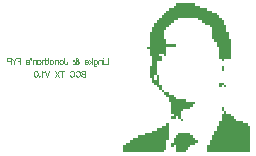
<source format=gbo>
G04*
G04 #@! TF.GenerationSoftware,Altium Limited,Altium Designer,20.1.12 (249)*
G04*
G04 Layer_Color=32896*
%FSLAX44Y44*%
%MOMM*%
G71*
G04*
G04 #@! TF.SameCoordinates,28A8639E-1F06-4054-8E9C-96101E26D361*
G04*
G04*
G04 #@! TF.FilePolarity,Positive*
G04*
G01*
G75*
%ADD12C,0.1000*%
G36*
X425960Y244952D02*
X430024D01*
Y242920D01*
X436120D01*
Y240888D01*
X440184D01*
Y238856D01*
X444248D01*
Y236824D01*
X446280D01*
Y234792D01*
X448312D01*
Y232760D01*
X450344D01*
Y230728D01*
Y228696D01*
X452376D01*
Y226664D01*
Y224632D01*
Y222600D01*
X454408D01*
Y220568D01*
Y218536D01*
Y216504D01*
X456440D01*
Y214472D01*
Y212440D01*
Y210408D01*
Y208376D01*
Y206344D01*
Y204312D01*
Y202280D01*
Y200248D01*
X450344D01*
Y198216D01*
X448312D01*
Y200248D01*
X446280D01*
Y202280D01*
Y204312D01*
Y206344D01*
Y208376D01*
Y210408D01*
X444248D01*
Y212440D01*
Y214472D01*
X442216D01*
Y216504D01*
X440184D01*
Y218536D01*
Y220568D01*
Y222600D01*
Y224632D01*
Y226664D01*
X438152D01*
Y228696D01*
X434088D01*
Y230728D01*
X432056D01*
Y232760D01*
X427992D01*
Y234792D01*
X411736D01*
Y232760D01*
X407672D01*
Y230728D01*
X405640D01*
Y228696D01*
X403608D01*
Y226664D01*
X401576D01*
Y224632D01*
X399544D01*
Y222600D01*
Y220568D01*
Y218536D01*
Y216504D01*
X401576D01*
Y214472D01*
Y212440D01*
X409704D01*
Y210408D01*
X401576D01*
Y208376D01*
Y206344D01*
Y204312D01*
Y202280D01*
X399544D01*
Y204312D01*
X395480D01*
Y202280D01*
X397512D01*
Y200248D01*
Y198216D01*
X393448D01*
Y196184D01*
Y194152D01*
Y192120D01*
Y190088D01*
Y188056D01*
Y186024D01*
X395480D01*
Y183992D01*
Y181960D01*
Y179928D01*
Y177896D01*
X397512D01*
Y175864D01*
Y173832D01*
X399544D01*
Y171800D01*
X403608D01*
Y169768D01*
X407672D01*
Y167736D01*
X409704D01*
Y165704D01*
X417832D01*
Y163672D01*
X425960D01*
Y161640D01*
X423928D01*
Y159608D01*
X421896D01*
Y157576D01*
X415800D01*
Y155544D01*
X413768D01*
Y153512D01*
Y151480D01*
Y149448D01*
X415800D01*
Y147416D01*
X413768D01*
Y149448D01*
X411736D01*
Y151480D01*
X409704D01*
Y149448D01*
X405640D01*
Y151480D01*
X407672D01*
Y153512D01*
X405640D01*
Y155544D01*
Y157576D01*
Y159608D01*
Y161640D01*
Y163672D01*
X403608D01*
Y165704D01*
Y167736D01*
X401576D01*
Y169768D01*
X399544D01*
Y171800D01*
X397512D01*
Y173832D01*
X395480D01*
Y175864D01*
X393448D01*
Y177896D01*
X391416D01*
Y179928D01*
X389384D01*
Y181960D01*
Y183992D01*
X387352D01*
Y186024D01*
Y188056D01*
Y190088D01*
Y192120D01*
Y194152D01*
X389384D01*
Y196184D01*
Y198216D01*
Y200248D01*
Y202280D01*
X387352D01*
Y204312D01*
Y206344D01*
Y208376D01*
X385320D01*
Y210408D01*
X387352D01*
Y212440D01*
Y214472D01*
Y216504D01*
Y218536D01*
Y220568D01*
Y222600D01*
X389384D01*
Y224632D01*
Y226664D01*
X391416D01*
Y228696D01*
Y230728D01*
X393448D01*
Y232760D01*
X395480D01*
Y234792D01*
X397512D01*
Y236824D01*
X399544D01*
Y238856D01*
X401576D01*
Y240888D01*
X403608D01*
Y242920D01*
X407672D01*
Y244952D01*
X409704D01*
Y246984D01*
X425960D01*
Y244952D01*
D02*
G37*
G36*
X450344Y192120D02*
Y190088D01*
X448312D01*
Y192120D01*
Y194152D01*
X450344D01*
Y192120D01*
D02*
G37*
G36*
Y177896D02*
X452376D01*
Y175864D01*
X450344D01*
Y177896D01*
X448312D01*
Y175864D01*
X446280D01*
Y177896D01*
Y179928D01*
X450344D01*
Y177896D01*
D02*
G37*
G36*
Y157576D02*
Y155544D01*
X452376D01*
Y153512D01*
X456440D01*
Y151480D01*
X458472D01*
Y149448D01*
X460504D01*
Y147416D01*
X466600D01*
Y145384D01*
X470664D01*
Y143352D01*
X472696D01*
Y141320D01*
Y139288D01*
Y137256D01*
Y135224D01*
Y133192D01*
Y131160D01*
Y129128D01*
Y127096D01*
Y125064D01*
Y123032D01*
Y121000D01*
X436120D01*
Y123032D01*
Y125064D01*
Y127096D01*
X438152D01*
Y129128D01*
Y131160D01*
X440184D01*
Y133192D01*
Y135224D01*
X442216D01*
Y137256D01*
Y139288D01*
X444248D01*
Y141320D01*
Y143352D01*
X446280D01*
Y145384D01*
Y147416D01*
X448312D01*
Y149448D01*
Y151480D01*
Y153512D01*
X450344D01*
Y155544D01*
X448312D01*
Y157576D01*
Y159608D01*
X450344D01*
Y157576D01*
D02*
G37*
G36*
X421896Y135224D02*
X423928D01*
Y133192D01*
X425960D01*
Y131160D01*
X427992D01*
Y129128D01*
X425960D01*
Y127096D01*
X421896D01*
Y125064D01*
X419864D01*
Y123032D01*
X417832D01*
Y121000D01*
X409704D01*
Y123032D01*
Y125064D01*
Y127096D01*
X407672D01*
Y125064D01*
X405640D01*
Y127096D01*
Y129128D01*
X407672D01*
Y131160D01*
Y133192D01*
X409704D01*
Y135224D01*
X411736D01*
Y137256D01*
X421896D01*
Y135224D01*
D02*
G37*
G36*
X403608Y143352D02*
Y141320D01*
Y139288D01*
Y137256D01*
Y135224D01*
Y133192D01*
Y131160D01*
X401576D01*
Y129128D01*
Y127096D01*
Y125064D01*
Y123032D01*
X399544D01*
Y121000D01*
X365000D01*
Y123032D01*
Y125064D01*
Y127096D01*
X367032D01*
Y129128D01*
X371096D01*
Y131160D01*
X373128D01*
Y133192D01*
X377192D01*
Y135224D01*
X383288D01*
Y137256D01*
X389384D01*
Y139288D01*
X393448D01*
Y141320D01*
X397512D01*
Y143352D01*
X401576D01*
Y145384D01*
X403608D01*
Y143352D01*
D02*
G37*
%LPC*%
G36*
X393448Y186024D02*
X391416D01*
Y183992D01*
Y181960D01*
X393448D01*
Y183992D01*
Y186024D01*
D02*
G37*
%LPD*%
D12*
X352000Y200665D02*
Y195666D01*
X349143D01*
X348120Y200665D02*
X347882Y200427D01*
X347644Y200665D01*
X347882Y200903D01*
X348120Y200665D01*
X347882Y198999D02*
Y195666D01*
X346763Y198999D02*
Y195666D01*
Y198047D02*
X346049Y198761D01*
X345573Y198999D01*
X344859D01*
X344383Y198761D01*
X344145Y198047D01*
Y195666D01*
X339979Y198999D02*
Y195190D01*
X340217Y194476D01*
X340455Y194238D01*
X340931Y194000D01*
X341645D01*
X342121Y194238D01*
X339979Y198285D02*
X340455Y198761D01*
X340931Y198999D01*
X341645D01*
X342121Y198761D01*
X342597Y198285D01*
X342835Y197571D01*
Y197095D01*
X342597Y196381D01*
X342121Y195904D01*
X341645Y195666D01*
X340931D01*
X340455Y195904D01*
X339979Y196381D01*
X338646Y200665D02*
Y195666D01*
X336265Y198999D02*
X338646Y196618D01*
X337694Y197571D02*
X336027Y195666D01*
X335242Y197571D02*
X332385D01*
Y198047D01*
X332623Y198523D01*
X332861Y198761D01*
X333337Y198999D01*
X334052D01*
X334528Y198761D01*
X335004Y198285D01*
X335242Y197571D01*
Y197095D01*
X335004Y196381D01*
X334528Y195904D01*
X334052Y195666D01*
X333337D01*
X332861Y195904D01*
X332385Y196381D01*
X323102Y198761D02*
X323340Y198523D01*
X323102Y198285D01*
X322863Y198523D01*
Y198761D01*
X323102Y198999D01*
X323340D01*
X323577Y198761D01*
X323816Y198285D01*
X324292Y197095D01*
X324768Y196381D01*
X325244Y195904D01*
X325720Y195666D01*
X326434D01*
X327148Y195904D01*
X327386Y196381D01*
Y197095D01*
X327148Y197571D01*
X325720Y198523D01*
X325244Y198999D01*
X325006Y199475D01*
Y199951D01*
X325244Y200427D01*
X325720Y200665D01*
X326196Y200427D01*
X326434Y199951D01*
Y199475D01*
X326196Y198761D01*
X325720Y198047D01*
X324530Y196381D01*
X324054Y195904D01*
X323340Y195666D01*
X323102D01*
X322863Y195904D01*
Y196142D01*
X326434Y195666D02*
X326910Y195904D01*
X327148Y196381D01*
Y197095D01*
X326910Y197571D01*
X326434Y198047D01*
Y199475D02*
X326196Y198999D01*
X324292Y196381D01*
X323816Y195904D01*
X323340Y195666D01*
X315317Y200665D02*
Y196857D01*
X315555Y196142D01*
X315793Y195904D01*
X316270Y195666D01*
X316746D01*
X317222Y195904D01*
X317460Y196142D01*
X317698Y196857D01*
Y197333D01*
X312842Y198999D02*
X313318Y198761D01*
X313794Y198285D01*
X314032Y197571D01*
Y197095D01*
X313794Y196381D01*
X313318Y195904D01*
X312842Y195666D01*
X312128D01*
X311651Y195904D01*
X311175Y196381D01*
X310937Y197095D01*
Y197571D01*
X311175Y198285D01*
X311651Y198761D01*
X312128Y198999D01*
X312842D01*
X309842D02*
Y195666D01*
Y198047D02*
X309128Y198761D01*
X308652Y198999D01*
X307938D01*
X307462Y198761D01*
X307224Y198047D01*
Y195666D01*
X303058Y198999D02*
Y195666D01*
Y198285D02*
X303534Y198761D01*
X304010Y198999D01*
X304724D01*
X305201Y198761D01*
X305677Y198285D01*
X305915Y197571D01*
Y197095D01*
X305677Y196381D01*
X305201Y195904D01*
X304724Y195666D01*
X304010D01*
X303534Y195904D01*
X303058Y196381D01*
X301011Y200665D02*
Y196618D01*
X300773Y195904D01*
X300297Y195666D01*
X299821D01*
X301725Y198999D02*
X300059D01*
X299107Y200665D02*
Y195666D01*
Y198047D02*
X298393Y198761D01*
X297916Y198999D01*
X297202D01*
X296726Y198761D01*
X296488Y198047D01*
Y195666D01*
X292322Y198999D02*
Y195666D01*
Y198285D02*
X292798Y198761D01*
X293274Y198999D01*
X293989D01*
X294465Y198761D01*
X294941Y198285D01*
X295179Y197571D01*
Y197095D01*
X294941Y196381D01*
X294465Y195904D01*
X293989Y195666D01*
X293274D01*
X292798Y195904D01*
X292322Y196381D01*
X290989Y198999D02*
Y195666D01*
Y198047D02*
X290275Y198761D01*
X289799Y198999D01*
X289085D01*
X288609Y198761D01*
X288371Y198047D01*
Y195666D01*
X286824Y200189D02*
X287062Y200427D01*
X286824Y200665D01*
X286586Y200427D01*
Y199951D01*
X286824Y199475D01*
X287062Y199237D01*
X282872Y198285D02*
X283110Y198761D01*
X283824Y198999D01*
X284538D01*
X285252Y198761D01*
X285490Y198285D01*
X285252Y197809D01*
X284776Y197571D01*
X283586Y197333D01*
X283110Y197095D01*
X282872Y196618D01*
Y196381D01*
X283110Y195904D01*
X283824Y195666D01*
X284538D01*
X285252Y195904D01*
X285490Y196381D01*
X277897Y200665D02*
Y195666D01*
Y200665D02*
X274802D01*
X277897Y198285D02*
X275993D01*
X274231Y200665D02*
X272327Y198285D01*
Y195666D01*
X270422Y200665D02*
X272327Y198285D01*
X269779Y198047D02*
X267637D01*
X266923Y198285D01*
X266685Y198523D01*
X266447Y198999D01*
Y199713D01*
X266685Y200189D01*
X266923Y200427D01*
X267637Y200665D01*
X269779D01*
Y195666D01*
X333000Y189999D02*
Y185000D01*
Y189999D02*
X330858D01*
X330144Y189761D01*
X329905Y189523D01*
X329667Y189047D01*
Y188571D01*
X329905Y188095D01*
X330144Y187857D01*
X330858Y187619D01*
X333000D02*
X330858D01*
X330144Y187380D01*
X329905Y187142D01*
X329667Y186666D01*
Y185952D01*
X329905Y185476D01*
X330144Y185238D01*
X330858Y185000D01*
X333000D01*
X324978Y188809D02*
X325216Y189285D01*
X325692Y189761D01*
X326168Y189999D01*
X327120D01*
X327596Y189761D01*
X328073Y189285D01*
X328311Y188809D01*
X328549Y188095D01*
Y186904D01*
X328311Y186190D01*
X328073Y185714D01*
X327596Y185238D01*
X327120Y185000D01*
X326168D01*
X325692Y185238D01*
X325216Y185714D01*
X324978Y186190D01*
X320003Y188809D02*
X320241Y189285D01*
X320717Y189761D01*
X321193Y189999D01*
X322145D01*
X322621Y189761D01*
X323097Y189285D01*
X323335Y188809D01*
X323573Y188095D01*
Y186904D01*
X323335Y186190D01*
X323097Y185714D01*
X322621Y185238D01*
X322145Y185000D01*
X321193D01*
X320717Y185238D01*
X320241Y185714D01*
X320003Y186190D01*
X313004Y189999D02*
Y185000D01*
X314671Y189999D02*
X311338D01*
X310743D02*
X307410Y185000D01*
Y189999D02*
X310743Y185000D01*
X302364Y189999D02*
X300459Y185000D01*
X298555Y189999D02*
X300459Y185000D01*
X297912Y189047D02*
X297436Y189285D01*
X296722Y189999D01*
Y185000D01*
X294008Y185476D02*
X294246Y185238D01*
X294008Y185000D01*
X293770Y185238D01*
X294008Y185476D01*
X291247Y189999D02*
X291961Y189761D01*
X292437Y189047D01*
X292675Y187857D01*
Y187142D01*
X292437Y185952D01*
X291961Y185238D01*
X291247Y185000D01*
X290771D01*
X290057Y185238D01*
X289581Y185952D01*
X289343Y187142D01*
Y187857D01*
X289581Y189047D01*
X290057Y189761D01*
X290771Y189999D01*
X291247D01*
M02*

</source>
